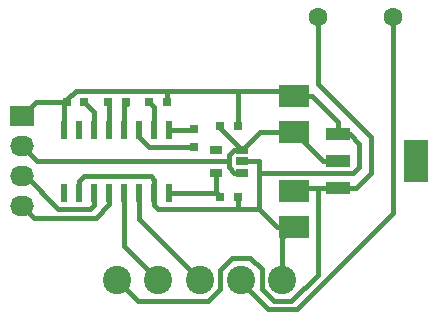
<source format=gtl>
G04 #@! TF.FileFunction,Copper,L1,Top,Signal*
%FSLAX46Y46*%
G04 Gerber Fmt 4.6, Leading zero omitted, Abs format (unit mm)*
G04 Created by KiCad (PCBNEW 4.0.2+dfsg1-stable) date Fri 07 Oct 2016 10:28:56 BST*
%MOMM*%
G01*
G04 APERTURE LIST*
%ADD10C,0.150000*%
%ADD11C,1.600200*%
%ADD12R,1.060000X0.650000*%
%ADD13C,2.400000*%
%ADD14R,2.032000X3.657600*%
%ADD15R,2.032000X1.016000*%
%ADD16R,2.032000X1.727200*%
%ADD17O,2.032000X1.727200*%
%ADD18R,0.800000X0.750000*%
%ADD19R,0.750000X0.800000*%
%ADD20R,0.600000X1.500000*%
%ADD21R,2.499360X1.950720*%
%ADD22C,0.400000*%
%ADD23C,1.000000*%
G04 APERTURE END LIST*
D10*
D11*
X168400000Y-103800000D03*
X162050000Y-103800000D03*
D12*
X155600000Y-116950000D03*
X155600000Y-116000000D03*
X155600000Y-115050000D03*
X153400000Y-115050000D03*
X153400000Y-116950000D03*
D13*
X145000000Y-126000000D03*
X159000000Y-126000000D03*
X148500000Y-126000000D03*
X155500000Y-126000000D03*
X152000000Y-126000000D03*
D14*
X170302000Y-116000000D03*
D15*
X163698000Y-116000000D03*
X163698000Y-118286000D03*
X163698000Y-113714000D03*
D16*
X137000000Y-112190000D03*
D17*
X137000000Y-114730000D03*
X137000000Y-117270000D03*
X137000000Y-119810000D03*
D18*
X155250000Y-119000000D03*
X153750000Y-119000000D03*
D19*
X151500000Y-113250000D03*
X151500000Y-114750000D03*
D18*
X149250000Y-111000000D03*
X147750000Y-111000000D03*
X145750000Y-111000000D03*
X144250000Y-111000000D03*
X140750000Y-111000000D03*
X142250000Y-111000000D03*
D20*
X149445000Y-113300000D03*
X148175000Y-113300000D03*
X146905000Y-113300000D03*
X145635000Y-113300000D03*
X144365000Y-113300000D03*
X143095000Y-113300000D03*
X141825000Y-113300000D03*
X140555000Y-113300000D03*
X140555000Y-118700000D03*
X141825000Y-118700000D03*
X143095000Y-118700000D03*
X144365000Y-118700000D03*
X145635000Y-118700000D03*
X146905000Y-118700000D03*
X148175000Y-118700000D03*
X149445000Y-118700000D03*
D21*
X160000000Y-118476000D03*
X160000000Y-121524000D03*
X160000000Y-113524000D03*
X160000000Y-110476000D03*
D18*
X155250000Y-113000000D03*
X153750000Y-113000000D03*
D22*
X163698000Y-116000000D02*
X162476000Y-116000000D01*
X162476000Y-116000000D02*
X160000000Y-113524000D01*
X153750000Y-113000000D02*
X153750000Y-113200000D01*
X153750000Y-113200000D02*
X155600000Y-115050000D01*
X155600000Y-115050000D02*
X157126000Y-113524000D01*
X157126000Y-113524000D02*
X160000000Y-113524000D01*
X159476000Y-113000000D02*
X160000000Y-113524000D01*
X154500000Y-116000000D02*
X138270000Y-116000000D01*
X138270000Y-116000000D02*
X137000000Y-114730000D01*
X155600000Y-115050000D02*
X154950000Y-115050000D01*
X154950000Y-116950000D02*
X155600000Y-116950000D01*
X154500000Y-116500000D02*
X154950000Y-116950000D01*
X154500000Y-115500000D02*
X154500000Y-116000000D01*
X154500000Y-116000000D02*
X154500000Y-116500000D01*
X154950000Y-115050000D02*
X154500000Y-115500000D01*
X148175000Y-118700000D02*
X148175000Y-117575000D01*
X141825000Y-117675000D02*
X141825000Y-118700000D01*
X142250000Y-117250000D02*
X141825000Y-117675000D01*
X147850000Y-117250000D02*
X142250000Y-117250000D01*
X148175000Y-117575000D02*
X147850000Y-117250000D01*
X140555000Y-113300000D02*
X140555000Y-111195000D01*
X140555000Y-111195000D02*
X140750000Y-111000000D01*
X163698000Y-113714000D02*
X164714000Y-113714000D01*
X164714000Y-113714000D02*
X165500000Y-114500000D01*
X165500000Y-114500000D02*
X165500000Y-115500000D01*
X157000000Y-117000000D02*
X165000000Y-117000000D01*
X165500000Y-116500000D02*
X165500000Y-115500000D01*
X165000000Y-117000000D02*
X165500000Y-116500000D01*
X164214000Y-113714000D02*
X163698000Y-113714000D01*
X155250000Y-110000000D02*
X155000000Y-110000000D01*
X155250000Y-113000000D02*
X155250000Y-110000000D01*
X155000000Y-110000000D02*
X155500000Y-110000000D01*
X155250000Y-119000000D02*
X155250000Y-120000000D01*
X155250000Y-120000000D02*
X155000000Y-120000000D01*
X155000000Y-120000000D02*
X157000000Y-120000000D01*
X157000000Y-118000000D02*
X157000000Y-120000000D01*
X158524000Y-121524000D02*
X160000000Y-121524000D01*
X157000000Y-120000000D02*
X158524000Y-121524000D01*
X159000000Y-126000000D02*
X159000000Y-122524000D01*
X159000000Y-122524000D02*
X160000000Y-121524000D01*
X160000000Y-110476000D02*
X161476000Y-110476000D01*
X163698000Y-112698000D02*
X163698000Y-113714000D01*
X161476000Y-110476000D02*
X163698000Y-112698000D01*
X160000000Y-110476000D02*
X160460000Y-110476000D01*
X149250000Y-111000000D02*
X149250000Y-110000000D01*
X149250000Y-110000000D02*
X149500000Y-110000000D01*
X149000000Y-110000000D02*
X149500000Y-110000000D01*
X149500000Y-110000000D02*
X155000000Y-110000000D01*
X155500000Y-110000000D02*
X159524000Y-110000000D01*
X159524000Y-110000000D02*
X160000000Y-110476000D01*
X140750000Y-111000000D02*
X140750000Y-110750000D01*
X140750000Y-110750000D02*
X141500000Y-110000000D01*
X141500000Y-110000000D02*
X149000000Y-110000000D01*
X137000000Y-112190000D02*
X138190000Y-111000000D01*
X138190000Y-111000000D02*
X140750000Y-111000000D01*
X148175000Y-118700000D02*
X148175000Y-119675000D01*
X148500000Y-120000000D02*
X155000000Y-120000000D01*
X148175000Y-119675000D02*
X148500000Y-120000000D01*
X157000000Y-116000000D02*
X155600000Y-116000000D01*
X157000000Y-118000000D02*
X157000000Y-117000000D01*
X157000000Y-117000000D02*
X157000000Y-116000000D01*
D23*
X159976000Y-110500000D02*
X160000000Y-110476000D01*
X159274000Y-121524000D02*
X160000000Y-121524000D01*
D22*
X162000000Y-118286000D02*
X162000000Y-125600000D01*
X146825000Y-127825000D02*
X145000000Y-126000000D01*
X152750000Y-127825000D02*
X146825000Y-127825000D01*
X153750000Y-126825000D02*
X152750000Y-127825000D01*
X153750000Y-125175000D02*
X153750000Y-126825000D01*
X154750000Y-124175000D02*
X153750000Y-125175000D01*
X156275000Y-124175000D02*
X154750000Y-124175000D01*
X157250000Y-125150000D02*
X156275000Y-124175000D01*
X157250000Y-126825000D02*
X157250000Y-125150000D01*
X158275000Y-127850000D02*
X157250000Y-126825000D01*
X159750000Y-127850000D02*
X158275000Y-127850000D01*
X162000000Y-125600000D02*
X159750000Y-127850000D01*
X162050000Y-103800000D02*
X162050000Y-109450000D01*
X162050000Y-109450000D02*
X166500000Y-113900000D01*
X163698000Y-118286000D02*
X165214000Y-118286000D01*
X166500000Y-117000000D02*
X166500000Y-113900000D01*
X165214000Y-118286000D02*
X166500000Y-117000000D01*
X163698000Y-118286000D02*
X162000000Y-118286000D01*
X162000000Y-118286000D02*
X160190000Y-118286000D01*
X160190000Y-118286000D02*
X160000000Y-118476000D01*
D23*
X160190000Y-118286000D02*
X160000000Y-118476000D01*
D22*
X149445000Y-113300000D02*
X151450000Y-113300000D01*
X151450000Y-113300000D02*
X151500000Y-113250000D01*
X146905000Y-113300000D02*
X146905000Y-113905000D01*
X146905000Y-113905000D02*
X147750000Y-114750000D01*
X147750000Y-114750000D02*
X151500000Y-114750000D01*
X148175000Y-113300000D02*
X148175000Y-111425000D01*
X148175000Y-111425000D02*
X147750000Y-111000000D01*
X145635000Y-113300000D02*
X145635000Y-111115000D01*
X145635000Y-111115000D02*
X145750000Y-111000000D01*
X145865000Y-111115000D02*
X145750000Y-111000000D01*
X144365000Y-113300000D02*
X144365000Y-111115000D01*
X144365000Y-111115000D02*
X144250000Y-111000000D01*
X143095000Y-113300000D02*
X143095000Y-111845000D01*
X143095000Y-111845000D02*
X142250000Y-111000000D01*
X143095000Y-118700000D02*
X143095000Y-119655000D01*
X140000000Y-120000000D02*
X137270000Y-117270000D01*
X142750000Y-120000000D02*
X140000000Y-120000000D01*
X143095000Y-119655000D02*
X142750000Y-120000000D01*
X137270000Y-117270000D02*
X137000000Y-117270000D01*
X144365000Y-118700000D02*
X144365000Y-119635000D01*
X137940000Y-120750000D02*
X137000000Y-119810000D01*
X143250000Y-120750000D02*
X137940000Y-120750000D01*
X144365000Y-119635000D02*
X143250000Y-120750000D01*
X137190000Y-120000000D02*
X137000000Y-119810000D01*
X137190000Y-120000000D02*
X137000000Y-119810000D01*
X152000000Y-126000000D02*
X146905000Y-120905000D01*
X146905000Y-120905000D02*
X146905000Y-118700000D01*
X155500000Y-126000000D02*
X155500000Y-126250000D01*
X155500000Y-126250000D02*
X157750000Y-128500000D01*
X157750000Y-128500000D02*
X160250000Y-128500000D01*
X160250000Y-128500000D02*
X168400000Y-120350000D01*
X168400000Y-120350000D02*
X168400000Y-103800000D01*
X148500000Y-126000000D02*
X145635000Y-123135000D01*
X145635000Y-123135000D02*
X145635000Y-118700000D01*
X149445000Y-118700000D02*
X153450000Y-118700000D01*
X153450000Y-118700000D02*
X153750000Y-119000000D01*
X153400000Y-116950000D02*
X153400000Y-118650000D01*
X153400000Y-118650000D02*
X153750000Y-119000000D01*
M02*

</source>
